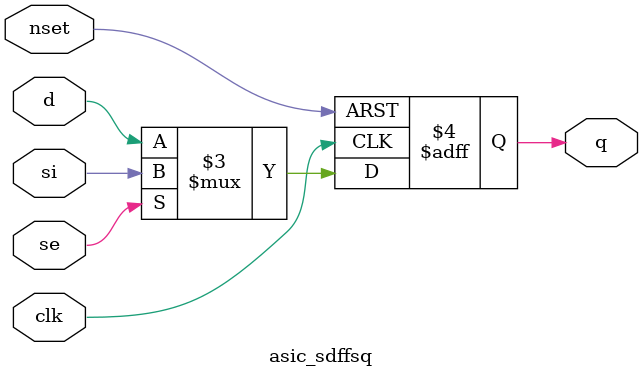
<source format=v>


module asic_sdffsq #(parameter PROP = "DEFAULT")   (
    input      d,
    input      si,
    input      se,
    input      clk,
    input      nset,
    output reg q
    );

   always @ (posedge clk or negedge nset)
     if(!nset)
       q <= 1'b1;
     else
       q <= se ? si : d;

endmodule

</source>
